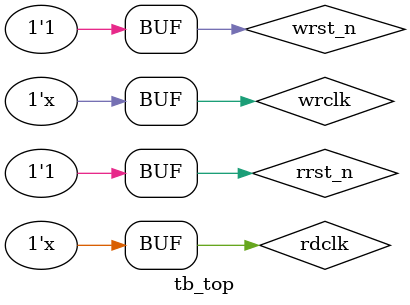
<source format=sv>

`include "interface.sv"
`include "random_test.sv"

module tb_top;
  
  bit rdclk;
  bit wrclk;
  bit wrst_n, rrst_n;
//   bit wr_en, rd_en;

  //Clock signals
  
  
  
  //Reset Signals
  initial begin
    rdclk=1'b0;
    wrclk=1'b0;
    wrst_n=1'b0;
    rrst_n=1'b0;
    #30 wrst_n=1'b1;
    rrst_n=1'b1;
//     #40 wrst_n=1'b0; 
//     #5 rrst_n=1'b0;
//      #10 wrst_n=1'b1;
//     #5 rrst_n=1'b1;
  end
  
  always begin  #25 rdclk= ~rdclk; end     
  always begin  #10 wrclk= ~wrclk; end

  //Enable Signals
  //initial begin
//     #35 rd_en=1'b1; wr_en=1'b0;
//     #35 rd_en=1'b0; wr_en=1'b1;
//     #35 rd_en=1'b1; wr_en=1'b0;
//     #35 rd_en=1'b0; wr_en=1'b1;
//     #35 rd_en=1'b1; wr_en=1'b0;
//     #35 rd_en=1'b0; wr_en=1'b1;
//     #35 rd_en=1'b1; wr_en=1'b0;
//     #35 rd_en=1'b0; wr_en=1'b1;
//     #35 rd_en=1'b1; wr_en=1'b0;
    
//      #40 wr_en=1'b1;
//     #60 rd_en = 1'b1; 
    
  //end

  
  fifo_intf vif(wrclk,rdclk,wrst_n,rrst_n);
  test t1(vif);
  
  asynchronous_fifo fifo_instance  (
    .wrclk(vif.wrclk),
    .rdclk(vif.rdclk),
    .wrst_n(vif.wrst_n),
    .rrst_n(vif.rrst_n),
    .wr_en(vif.wr_en),
    .rd_en(vif.rd_en),
    .data_in(vif.data_in),
    .data_out(vif.data_out),
    .fifo_full(vif.fifo_full),
    .fifo_empty(vif.fifo_empty)
  );
  
  
  initial begin 
    $dumpfile("dump.vcd");
    $dumpvars;
  end
 
endmodule
</source>
